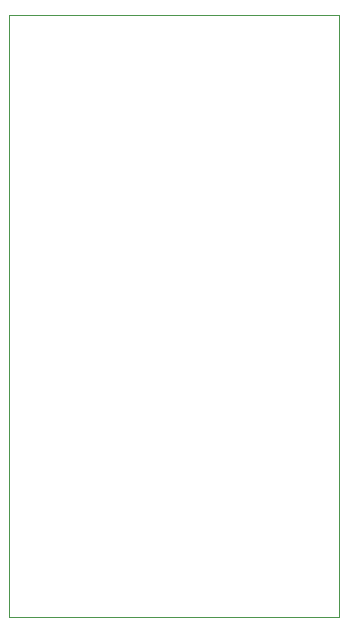
<source format=gbr>
%TF.GenerationSoftware,KiCad,Pcbnew,9.0.2*%
%TF.CreationDate,2025-08-22T23:07:11-04:00*%
%TF.ProjectId,Hermes,4865726d-6573-42e6-9b69-6361645f7063,rev?*%
%TF.SameCoordinates,Original*%
%TF.FileFunction,Profile,NP*%
%FSLAX46Y46*%
G04 Gerber Fmt 4.6, Leading zero omitted, Abs format (unit mm)*
G04 Created by KiCad (PCBNEW 9.0.2) date 2025-08-22 23:07:11*
%MOMM*%
%LPD*%
G01*
G04 APERTURE LIST*
%TA.AperFunction,Profile*%
%ADD10C,0.050000*%
%TD*%
G04 APERTURE END LIST*
D10*
X148000000Y-48900000D02*
X176000000Y-48900000D01*
X176000000Y-99800000D01*
X148000000Y-99800000D01*
X148000000Y-48900000D01*
M02*

</source>
